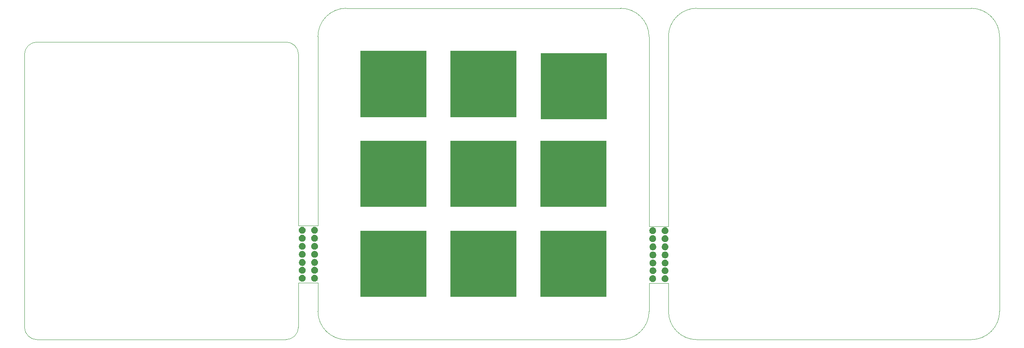
<source format=gbr>
%TF.GenerationSoftware,Altium Limited,Altium Designer,20.1.12 (249)*%
G04 Layer_Color=0*
%FSLAX26Y26*%
%MOIN*%
%TF.SameCoordinates,C6B7DB02-E56D-4098-84F2-B1512E134489*%
%TF.FilePolarity,Positive*%
%TF.FileFunction,Profile,NP*%
%TF.Part,Single*%
G01*
G75*
%TA.AperFunction,Profile*%
%ADD38C,0.001000*%
G36*
X2291339Y917323D02*
Y914527D01*
X2292430Y909042D01*
X2294570Y903875D01*
X2297677Y899225D01*
X2301631Y895271D01*
X2306281Y892164D01*
X2311448Y890024D01*
X2316932Y888933D01*
X2319729D01*
X2322525D01*
X2328010Y890024D01*
X2333176Y892164D01*
X2337826Y895271D01*
X2341781Y899225D01*
X2344888Y903875D01*
X2347028Y909042D01*
X2348119Y914527D01*
Y917323D01*
Y920119D01*
X2347028Y925604D01*
X2344888Y930770D01*
X2341781Y935420D01*
X2337826Y939375D01*
X2333176Y942482D01*
X2328010Y944622D01*
X2322525Y945713D01*
X2319729D01*
X2316932D01*
X2311448Y944622D01*
X2306281Y942482D01*
X2301631Y939375D01*
X2297677Y935420D01*
X2294570Y930770D01*
X2292430Y925604D01*
X2291339Y920119D01*
Y917323D01*
D01*
D02*
G37*
G36*
X2393701D02*
Y914527D01*
X2394792Y909042D01*
X2396932Y903875D01*
X2400039Y899225D01*
X2403993Y895271D01*
X2408643Y892164D01*
X2413810Y890024D01*
X2419295Y888933D01*
X2422091D01*
X2424887D01*
X2430372Y890024D01*
X2435539Y892164D01*
X2440189Y895271D01*
X2444143Y899225D01*
X2447250Y903875D01*
X2449390Y909042D01*
X2450481Y914527D01*
Y917323D01*
Y920119D01*
X2449390Y925604D01*
X2447250Y930770D01*
X2444143Y935420D01*
X2440189Y939375D01*
X2435539Y942482D01*
X2430372Y944622D01*
X2424887Y945713D01*
X2422091D01*
X2419295D01*
X2413810Y944622D01*
X2408643Y942482D01*
X2403993Y939375D01*
X2400039Y935420D01*
X2396932Y930770D01*
X2394792Y925604D01*
X2393701Y920119D01*
Y917323D01*
D01*
D02*
G37*
G36*
X2291339Y850394D02*
Y847597D01*
X2292430Y842113D01*
X2294570Y836946D01*
X2297677Y832296D01*
X2301631Y828342D01*
X2306281Y825235D01*
X2311448Y823095D01*
X2316932Y822004D01*
X2319729D01*
X2322525D01*
X2328010Y823095D01*
X2333176Y825235D01*
X2337826Y828342D01*
X2341781Y832296D01*
X2344888Y836946D01*
X2347028Y842113D01*
X2348119Y847597D01*
Y850394D01*
Y853190D01*
X2347028Y858675D01*
X2344888Y863841D01*
X2341781Y868491D01*
X2337826Y872446D01*
X2333176Y875553D01*
X2328010Y877693D01*
X2322525Y878784D01*
X2319729D01*
X2316932D01*
X2311448Y877693D01*
X2306281Y875553D01*
X2301631Y872446D01*
X2297677Y868491D01*
X2294570Y863841D01*
X2292430Y858675D01*
X2291339Y853190D01*
Y850394D01*
D01*
D02*
G37*
G36*
X2393701D02*
Y847597D01*
X2394792Y842113D01*
X2396932Y836946D01*
X2400039Y832296D01*
X2403993Y828342D01*
X2408643Y825235D01*
X2413810Y823095D01*
X2419295Y822004D01*
X2422091D01*
X2424887D01*
X2430372Y823095D01*
X2435539Y825235D01*
X2440189Y828342D01*
X2444143Y832296D01*
X2447250Y836946D01*
X2449390Y842113D01*
X2450481Y847597D01*
Y850394D01*
Y853190D01*
X2449390Y858675D01*
X2447250Y863841D01*
X2444143Y868491D01*
X2440189Y872446D01*
X2435539Y875553D01*
X2430372Y877693D01*
X2424887Y878784D01*
X2422091D01*
X2419295D01*
X2413810Y877693D01*
X2408643Y875553D01*
X2403993Y872446D01*
X2400039Y868491D01*
X2396932Y863841D01*
X2394792Y858675D01*
X2393701Y853190D01*
Y850394D01*
D01*
D02*
G37*
G36*
X2291906Y782634D02*
Y779837D01*
X2292997Y774352D01*
X2295137Y769186D01*
X2298244Y764536D01*
X2302198Y760581D01*
X2306848Y757475D01*
X2312015Y755334D01*
X2317499Y754243D01*
X2320296D01*
X2323092D01*
X2328577Y755334D01*
X2333743Y757475D01*
X2338393Y760581D01*
X2342348Y764536D01*
X2345455Y769186D01*
X2347595Y774352D01*
X2348686Y779837D01*
Y782634D01*
Y785430D01*
X2347595Y790914D01*
X2345455Y796081D01*
X2342348Y800731D01*
X2338393Y804686D01*
X2333743Y807792D01*
X2328577Y809933D01*
X2323092Y811024D01*
X2320296D01*
X2317499D01*
X2312015Y809933D01*
X2306848Y807792D01*
X2302198Y804686D01*
X2298244Y800731D01*
X2295137Y796081D01*
X2292997Y790914D01*
X2291906Y785430D01*
Y782634D01*
D01*
D02*
G37*
G36*
X2394268D02*
Y779837D01*
X2395359Y774352D01*
X2397499Y769186D01*
X2400606Y764536D01*
X2404560Y760581D01*
X2409210Y757475D01*
X2414377Y755334D01*
X2419862Y754243D01*
X2422658D01*
X2425454D01*
X2430939Y755334D01*
X2436106Y757475D01*
X2440756Y760581D01*
X2444710Y764536D01*
X2447817Y769186D01*
X2449957Y774352D01*
X2451048Y779837D01*
Y782634D01*
Y785430D01*
X2449957Y790914D01*
X2447817Y796081D01*
X2444710Y800731D01*
X2440756Y804686D01*
X2436106Y807792D01*
X2430939Y809933D01*
X2425454Y811024D01*
X2422658D01*
X2419862D01*
X2414377Y809933D01*
X2409210Y807792D01*
X2404560Y804686D01*
X2400606Y800731D01*
X2397499Y796081D01*
X2395359Y790914D01*
X2394268Y785430D01*
Y782634D01*
D01*
D02*
G37*
G36*
X2291906Y715704D02*
Y712908D01*
X2292997Y707423D01*
X2295137Y702257D01*
X2298244Y697607D01*
X2302198Y693652D01*
X2306848Y690545D01*
X2312015Y688405D01*
X2317499Y687314D01*
X2320296D01*
X2323092D01*
X2328577Y688405D01*
X2333743Y690545D01*
X2338393Y693652D01*
X2342348Y697607D01*
X2345455Y702257D01*
X2347595Y707423D01*
X2348686Y712908D01*
Y715704D01*
Y718500D01*
X2347595Y723985D01*
X2345455Y729152D01*
X2342348Y733802D01*
X2338393Y737756D01*
X2333743Y740863D01*
X2328577Y743003D01*
X2323092Y744095D01*
X2320296D01*
X2317499D01*
X2312015Y743003D01*
X2306848Y740863D01*
X2302198Y737756D01*
X2298244Y733802D01*
X2295137Y729152D01*
X2292997Y723985D01*
X2291906Y718500D01*
Y715704D01*
D01*
D02*
G37*
G36*
X2394268D02*
Y712908D01*
X2395359Y707423D01*
X2397499Y702257D01*
X2400606Y697607D01*
X2404560Y693652D01*
X2409210Y690545D01*
X2414377Y688405D01*
X2419862Y687314D01*
X2422658D01*
X2425454D01*
X2430939Y688405D01*
X2436106Y690545D01*
X2440756Y693652D01*
X2444710Y697607D01*
X2447817Y702257D01*
X2449957Y707423D01*
X2451048Y712908D01*
Y715704D01*
Y718500D01*
X2449957Y723985D01*
X2447817Y729152D01*
X2444710Y733802D01*
X2440756Y737756D01*
X2436106Y740863D01*
X2430939Y743003D01*
X2425454Y744095D01*
X2422658D01*
X2419862D01*
X2414377Y743003D01*
X2409210Y740863D01*
X2404560Y737756D01*
X2400606Y733802D01*
X2397499Y729152D01*
X2395359Y723985D01*
X2394268Y718500D01*
Y715704D01*
D01*
D02*
G37*
G36*
X2291906Y648775D02*
Y645979D01*
X2292997Y640494D01*
X2295137Y635327D01*
X2298244Y630678D01*
X2302198Y626723D01*
X2306848Y623616D01*
X2312015Y621476D01*
X2317499Y620385D01*
X2320296D01*
X2323092D01*
X2328577Y621476D01*
X2333743Y623616D01*
X2338393Y626723D01*
X2342348Y630678D01*
X2345455Y635327D01*
X2347595Y640494D01*
X2348686Y645979D01*
Y648775D01*
Y651571D01*
X2347595Y657056D01*
X2345455Y662223D01*
X2342348Y666873D01*
X2338393Y670827D01*
X2333743Y673934D01*
X2328577Y676074D01*
X2323092Y677165D01*
X2320296D01*
X2317499D01*
X2312015Y676074D01*
X2306848Y673934D01*
X2302198Y670827D01*
X2298244Y666873D01*
X2295137Y662223D01*
X2292997Y657056D01*
X2291906Y651571D01*
Y648775D01*
D01*
D02*
G37*
G36*
X2394268D02*
Y645979D01*
X2395359Y640494D01*
X2397499Y635327D01*
X2400606Y630678D01*
X2404560Y626723D01*
X2409210Y623616D01*
X2414377Y621476D01*
X2419862Y620385D01*
X2422658D01*
X2425454D01*
X2430939Y621476D01*
X2436106Y623616D01*
X2440756Y626723D01*
X2444710Y630678D01*
X2447817Y635327D01*
X2449957Y640494D01*
X2451048Y645979D01*
Y648775D01*
Y651571D01*
X2449957Y657056D01*
X2447817Y662223D01*
X2444710Y666873D01*
X2440756Y670827D01*
X2436106Y673934D01*
X2430939Y676074D01*
X2425454Y677165D01*
X2422658D01*
X2419862D01*
X2414377Y676074D01*
X2409210Y673934D01*
X2404560Y670827D01*
X2400606Y666873D01*
X2397499Y662223D01*
X2395359Y657056D01*
X2394268Y651571D01*
Y648775D01*
D01*
D02*
G37*
G36*
X2291838Y583624D02*
Y580828D01*
X2292929Y575343D01*
X2295069Y570176D01*
X2298176Y565526D01*
X2302130Y561572D01*
X2306780Y558465D01*
X2311947Y556325D01*
X2317432Y555234D01*
X2320228D01*
X2323024D01*
X2328509Y556325D01*
X2333675Y558465D01*
X2338325Y561572D01*
X2342280Y565526D01*
X2345387Y570176D01*
X2347527Y575343D01*
X2348618Y580828D01*
Y583624D01*
Y586420D01*
X2347527Y591905D01*
X2345387Y597072D01*
X2342280Y601721D01*
X2338325Y605676D01*
X2333675Y608783D01*
X2328509Y610923D01*
X2323024Y612014D01*
X2320228D01*
X2317432D01*
X2311947Y610923D01*
X2306780Y608783D01*
X2302130Y605676D01*
X2298176Y601721D01*
X2295069Y597072D01*
X2292929Y591905D01*
X2291838Y586420D01*
Y583624D01*
D01*
D02*
G37*
G36*
X2394200D02*
Y580828D01*
X2395291Y575343D01*
X2397431Y570176D01*
X2400538Y565526D01*
X2404492Y561572D01*
X2409142Y558465D01*
X2414309Y556325D01*
X2419794Y555234D01*
X2422590D01*
X2425386D01*
X2430871Y556325D01*
X2436038Y558465D01*
X2440688Y561572D01*
X2444642Y565526D01*
X2447749Y570176D01*
X2449889Y575343D01*
X2450980Y580828D01*
Y583624D01*
Y586420D01*
X2449889Y591905D01*
X2447749Y597072D01*
X2444642Y601721D01*
X2440688Y605676D01*
X2436038Y608783D01*
X2430871Y610923D01*
X2425386Y612014D01*
X2422590D01*
X2419794D01*
X2414309Y610923D01*
X2409142Y608783D01*
X2404492Y605676D01*
X2400538Y601721D01*
X2397431Y597072D01*
X2395291Y591905D01*
X2394200Y586420D01*
Y583624D01*
D01*
D02*
G37*
G36*
X2291454Y517078D02*
Y514282D01*
X2292545Y508797D01*
X2294685Y503630D01*
X2297792Y498980D01*
X2301747Y495026D01*
X2306397Y491919D01*
X2311563Y489779D01*
X2317048Y488688D01*
X2319844D01*
X2322640D01*
X2328125Y489779D01*
X2333292Y491919D01*
X2337942Y495026D01*
X2341896Y498980D01*
X2345003Y503630D01*
X2347143Y508797D01*
X2348235Y514282D01*
Y517078D01*
Y519874D01*
X2347143Y525359D01*
X2345003Y530526D01*
X2341896Y535176D01*
X2337942Y539130D01*
X2333292Y542237D01*
X2328125Y544377D01*
X2322640Y545468D01*
X2319844D01*
X2317048D01*
X2311563Y544377D01*
X2306397Y542237D01*
X2301747Y539130D01*
X2297792Y535176D01*
X2294685Y530526D01*
X2292545Y525359D01*
X2291454Y519874D01*
Y517078D01*
D01*
D02*
G37*
G36*
X2393816D02*
Y514282D01*
X2394907Y508797D01*
X2397048Y503630D01*
X2400155Y498980D01*
X2404109Y495026D01*
X2408759Y491919D01*
X2413925Y489779D01*
X2419410Y488688D01*
X2422207D01*
X2425003D01*
X2430488Y489779D01*
X2435654Y491919D01*
X2440304Y495026D01*
X2444259Y498980D01*
X2447365Y503630D01*
X2449506Y508797D01*
X2450597Y514282D01*
Y517078D01*
Y519874D01*
X2449506Y525359D01*
X2447365Y530526D01*
X2444259Y535176D01*
X2440304Y539130D01*
X2435654Y542237D01*
X2430488Y544377D01*
X2425003Y545468D01*
X2422207D01*
X2419410D01*
X2413925Y544377D01*
X2408759Y542237D01*
X2404109Y539130D01*
X2400155Y535176D01*
X2397048Y530526D01*
X2394907Y525359D01*
X2393816Y519874D01*
Y517078D01*
D01*
D02*
G37*
G36*
X5212599Y913386D02*
Y910590D01*
X5213690Y905105D01*
X5215830Y899938D01*
X5218936Y895288D01*
X5222891Y891334D01*
X5227541Y888227D01*
X5232708Y886087D01*
X5238192Y884996D01*
X5240989D01*
X5243785D01*
X5249270Y886087D01*
X5254436Y888227D01*
X5259086Y891334D01*
X5263041Y895288D01*
X5266148Y899938D01*
X5268288Y905105D01*
X5269379Y910590D01*
Y913386D01*
Y916182D01*
X5268288Y921667D01*
X5266148Y926833D01*
X5263041Y931483D01*
X5259086Y935438D01*
X5254436Y938545D01*
X5249270Y940685D01*
X5243785Y941776D01*
X5240989D01*
X5238192D01*
X5232708Y940685D01*
X5227541Y938545D01*
X5222891Y935438D01*
X5218936Y931483D01*
X5215830Y926833D01*
X5213690Y921667D01*
X5212599Y916182D01*
Y913386D01*
D01*
D02*
G37*
G36*
Y846457D02*
Y843660D01*
X5213690Y838176D01*
X5215830Y833009D01*
X5218936Y828359D01*
X5222891Y824405D01*
X5227541Y821298D01*
X5232708Y819158D01*
X5238192Y818067D01*
X5240989D01*
X5243785D01*
X5249270Y819158D01*
X5254436Y821298D01*
X5259086Y824405D01*
X5263041Y828359D01*
X5266148Y833009D01*
X5268288Y838176D01*
X5269379Y843660D01*
Y846457D01*
Y849253D01*
X5268288Y854738D01*
X5266148Y859904D01*
X5263041Y864554D01*
X5259086Y868509D01*
X5254436Y871616D01*
X5249270Y873756D01*
X5243785Y874847D01*
X5240989D01*
X5238192D01*
X5232708Y873756D01*
X5227541Y871616D01*
X5222891Y868509D01*
X5218936Y864554D01*
X5215830Y859904D01*
X5213690Y854738D01*
X5212599Y849253D01*
Y846457D01*
D01*
D02*
G37*
G36*
X5213166Y778697D02*
Y775900D01*
X5214257Y770415D01*
X5216397Y765249D01*
X5219503Y760599D01*
X5223458Y756644D01*
X5228108Y753538D01*
X5233275Y751397D01*
X5238759Y750306D01*
X5241556D01*
X5244352D01*
X5249837Y751397D01*
X5255003Y753538D01*
X5259653Y756644D01*
X5263608Y760599D01*
X5266715Y765249D01*
X5268855Y770415D01*
X5269946Y775900D01*
Y778697D01*
Y781493D01*
X5268855Y786977D01*
X5266715Y792144D01*
X5263608Y796794D01*
X5259653Y800749D01*
X5255003Y803855D01*
X5249837Y805995D01*
X5244352Y807087D01*
X5241556D01*
X5238759D01*
X5233275Y805995D01*
X5228108Y803855D01*
X5223458Y800749D01*
X5219503Y796794D01*
X5216397Y792144D01*
X5214257Y786977D01*
X5213166Y781493D01*
Y778697D01*
D01*
D02*
G37*
G36*
Y711767D02*
Y708971D01*
X5214257Y703486D01*
X5216397Y698320D01*
X5219503Y693670D01*
X5223458Y689715D01*
X5228108Y686608D01*
X5233275Y684468D01*
X5238759Y683377D01*
X5241556D01*
X5244352D01*
X5249837Y684468D01*
X5255003Y686608D01*
X5259653Y689715D01*
X5263608Y693670D01*
X5266715Y698320D01*
X5268855Y703486D01*
X5269946Y708971D01*
Y711767D01*
Y714563D01*
X5268855Y720048D01*
X5266715Y725215D01*
X5263608Y729865D01*
X5259653Y733819D01*
X5255003Y736926D01*
X5249837Y739066D01*
X5244352Y740158D01*
X5241556D01*
X5238759D01*
X5233275Y739066D01*
X5228108Y736926D01*
X5223458Y733819D01*
X5219503Y729865D01*
X5216397Y725215D01*
X5214257Y720048D01*
X5213166Y714563D01*
Y711767D01*
D01*
D02*
G37*
G36*
Y644838D02*
Y642042D01*
X5214257Y636557D01*
X5216397Y631390D01*
X5219503Y626741D01*
X5223458Y622786D01*
X5228108Y619679D01*
X5233275Y617539D01*
X5238759Y616448D01*
X5241556D01*
X5244352D01*
X5249837Y617539D01*
X5255003Y619679D01*
X5259653Y622786D01*
X5263608Y626741D01*
X5266715Y631390D01*
X5268855Y636557D01*
X5269946Y642042D01*
Y644838D01*
Y647634D01*
X5268855Y653119D01*
X5266715Y658286D01*
X5263608Y662936D01*
X5259653Y666890D01*
X5255003Y669997D01*
X5249837Y672137D01*
X5244352Y673228D01*
X5241556D01*
X5238759D01*
X5233275Y672137D01*
X5228108Y669997D01*
X5223458Y666890D01*
X5219503Y662936D01*
X5216397Y658286D01*
X5214257Y653119D01*
X5213166Y647634D01*
Y644838D01*
D01*
D02*
G37*
G36*
X5213098Y579687D02*
Y576891D01*
X5214189Y571406D01*
X5216329Y566239D01*
X5219436Y561589D01*
X5223390Y557635D01*
X5228040Y554528D01*
X5233207Y552388D01*
X5238691Y551297D01*
X5241488D01*
X5244284D01*
X5249769Y552388D01*
X5254935Y554528D01*
X5259585Y557635D01*
X5263540Y561589D01*
X5266647Y566239D01*
X5268787Y571406D01*
X5269878Y576891D01*
Y579687D01*
Y582483D01*
X5268787Y587968D01*
X5266647Y593135D01*
X5263540Y597784D01*
X5259585Y601739D01*
X5254935Y604846D01*
X5249769Y606986D01*
X5244284Y608077D01*
X5241488D01*
X5238691D01*
X5233207Y606986D01*
X5228040Y604846D01*
X5223390Y601739D01*
X5219436Y597784D01*
X5216329Y593135D01*
X5214189Y587968D01*
X5213098Y582483D01*
Y579687D01*
D01*
D02*
G37*
G36*
X5212714Y513141D02*
Y510345D01*
X5213805Y504860D01*
X5215945Y499693D01*
X5219052Y495043D01*
X5223007Y491089D01*
X5227657Y487982D01*
X5232823Y485842D01*
X5238308Y484751D01*
X5241104D01*
X5243900D01*
X5249385Y485842D01*
X5254552Y487982D01*
X5259202Y491089D01*
X5263156Y495043D01*
X5266263Y499693D01*
X5268403Y504860D01*
X5269494Y510345D01*
Y513141D01*
Y515937D01*
X5268403Y521422D01*
X5266263Y526589D01*
X5263156Y531239D01*
X5259202Y535193D01*
X5254552Y538300D01*
X5249385Y540440D01*
X5243900Y541531D01*
X5241104D01*
X5238308D01*
X5232823Y540440D01*
X5227657Y538300D01*
X5223007Y535193D01*
X5219052Y531239D01*
X5215945Y526589D01*
X5213805Y521422D01*
X5212714Y515937D01*
Y513141D01*
D01*
D02*
G37*
G36*
X5315076D02*
Y510345D01*
X5316167Y504860D01*
X5318307Y499693D01*
X5321414Y495043D01*
X5325369Y491089D01*
X5330019Y487982D01*
X5335185Y485842D01*
X5340670Y484751D01*
X5343467D01*
X5346263D01*
X5351748Y485842D01*
X5356914Y487982D01*
X5361564Y491089D01*
X5365519Y495043D01*
X5368625Y499693D01*
X5370766Y504860D01*
X5371857Y510345D01*
Y513141D01*
Y515937D01*
X5370766Y521422D01*
X5368625Y526589D01*
X5365519Y531239D01*
X5361564Y535193D01*
X5356914Y538300D01*
X5351748Y540440D01*
X5346263Y541531D01*
X5343467D01*
X5340670D01*
X5335185Y540440D01*
X5330019Y538300D01*
X5325369Y535193D01*
X5321414Y531239D01*
X5318307Y526589D01*
X5316167Y521422D01*
X5315076Y515937D01*
Y513141D01*
D01*
D02*
G37*
G36*
X5315460Y579687D02*
Y576891D01*
X5316551Y571406D01*
X5318691Y566239D01*
X5321798Y561589D01*
X5325752Y557635D01*
X5330402Y554528D01*
X5335569Y552388D01*
X5341054Y551297D01*
X5343850D01*
X5346646D01*
X5352131Y552388D01*
X5357298Y554528D01*
X5361948Y557635D01*
X5365902Y561589D01*
X5369009Y566239D01*
X5371149Y571406D01*
X5372240Y576891D01*
Y579687D01*
Y582483D01*
X5371149Y587968D01*
X5369009Y593135D01*
X5365902Y597784D01*
X5361948Y601739D01*
X5357298Y604846D01*
X5352131Y606986D01*
X5346646Y608077D01*
X5343850D01*
X5341054D01*
X5335569Y606986D01*
X5330402Y604846D01*
X5325752Y601739D01*
X5321798Y597784D01*
X5318691Y593135D01*
X5316551Y587968D01*
X5315460Y582483D01*
Y579687D01*
D01*
D02*
G37*
G36*
X5315528Y644838D02*
Y642042D01*
X5316619Y636557D01*
X5318759Y631390D01*
X5321866Y626741D01*
X5325820Y622786D01*
X5330470Y619679D01*
X5335637Y617539D01*
X5341122Y616448D01*
X5343918D01*
X5346714D01*
X5352199Y617539D01*
X5357365Y619679D01*
X5362015Y622786D01*
X5365970Y626741D01*
X5369077Y631390D01*
X5371217Y636557D01*
X5372308Y642042D01*
Y644838D01*
Y647634D01*
X5371217Y653119D01*
X5369077Y658286D01*
X5365970Y662936D01*
X5362015Y666890D01*
X5357365Y669997D01*
X5352199Y672137D01*
X5346714Y673228D01*
X5343918D01*
X5341122D01*
X5335637Y672137D01*
X5330470Y669997D01*
X5325820Y666890D01*
X5321866Y662936D01*
X5318759Y658286D01*
X5316619Y653119D01*
X5315528Y647634D01*
Y644838D01*
D01*
D02*
G37*
G36*
Y711767D02*
Y708971D01*
X5316619Y703486D01*
X5318759Y698320D01*
X5321866Y693670D01*
X5325820Y689715D01*
X5330470Y686608D01*
X5335637Y684468D01*
X5341122Y683377D01*
X5343918D01*
X5346714D01*
X5352199Y684468D01*
X5357365Y686608D01*
X5362015Y689715D01*
X5365970Y693670D01*
X5369077Y698320D01*
X5371217Y703486D01*
X5372308Y708971D01*
Y711767D01*
Y714563D01*
X5371217Y720048D01*
X5369077Y725215D01*
X5365970Y729865D01*
X5362015Y733819D01*
X5357365Y736926D01*
X5352199Y739066D01*
X5346714Y740158D01*
X5343918D01*
X5341122D01*
X5335637Y739066D01*
X5330470Y736926D01*
X5325820Y733819D01*
X5321866Y729865D01*
X5318759Y725215D01*
X5316619Y720048D01*
X5315528Y714563D01*
Y711767D01*
D01*
D02*
G37*
G36*
Y778697D02*
Y775900D01*
X5316619Y770415D01*
X5318759Y765249D01*
X5321866Y760599D01*
X5325820Y756644D01*
X5330470Y753538D01*
X5335637Y751397D01*
X5341122Y750306D01*
X5343918D01*
X5346714D01*
X5352199Y751397D01*
X5357365Y753538D01*
X5362015Y756644D01*
X5365970Y760599D01*
X5369077Y765249D01*
X5371217Y770415D01*
X5372308Y775900D01*
Y778697D01*
Y781493D01*
X5371217Y786977D01*
X5369077Y792144D01*
X5365970Y796794D01*
X5362015Y800749D01*
X5357365Y803855D01*
X5352199Y805995D01*
X5346714Y807087D01*
X5343918D01*
X5341122D01*
X5335637Y805995D01*
X5330470Y803855D01*
X5325820Y800749D01*
X5321866Y796794D01*
X5318759Y792144D01*
X5316619Y786977D01*
X5315528Y781493D01*
Y778697D01*
D01*
D02*
G37*
G36*
X5314961Y846457D02*
Y843660D01*
X5316052Y838176D01*
X5318192Y833009D01*
X5321299Y828359D01*
X5325253Y824405D01*
X5329903Y821298D01*
X5335070Y819158D01*
X5340555Y818067D01*
X5343351D01*
X5346147D01*
X5351632Y819158D01*
X5356798Y821298D01*
X5361448Y824405D01*
X5365403Y828359D01*
X5368510Y833009D01*
X5370650Y838176D01*
X5371741Y843660D01*
Y846457D01*
Y849253D01*
X5370650Y854738D01*
X5368510Y859904D01*
X5365403Y864554D01*
X5361448Y868509D01*
X5356798Y871616D01*
X5351632Y873756D01*
X5346147Y874847D01*
X5343351D01*
X5340555D01*
X5335070Y873756D01*
X5329903Y871616D01*
X5325253Y868509D01*
X5321299Y864554D01*
X5318192Y859904D01*
X5316052Y854738D01*
X5314961Y849253D01*
Y846457D01*
D01*
D02*
G37*
G36*
Y913386D02*
Y910590D01*
X5316052Y905105D01*
X5318192Y899938D01*
X5321299Y895288D01*
X5325253Y891334D01*
X5329903Y888227D01*
X5335070Y886087D01*
X5340555Y884996D01*
X5343351D01*
X5346147D01*
X5351632Y886087D01*
X5356798Y888227D01*
X5361448Y891334D01*
X5365403Y895288D01*
X5368510Y899938D01*
X5370650Y905105D01*
X5371741Y910590D01*
Y913386D01*
Y916182D01*
X5370650Y921667D01*
X5368510Y926833D01*
X5365403Y931483D01*
X5361448Y935438D01*
X5356798Y938545D01*
X5351632Y940685D01*
X5346147Y941776D01*
X5343351D01*
X5340555D01*
X5335070Y940685D01*
X5329903Y938545D01*
X5325253Y935438D01*
X5321299Y931483D01*
X5318192Y926833D01*
X5316052Y921667D01*
X5314961Y916182D01*
Y913386D01*
D01*
D02*
G37*
G36*
X2804882Y361260D02*
X3356063D01*
Y912441D01*
X2804882D01*
Y361260D01*
D02*
G37*
G36*
Y1859685D02*
X3356063D01*
Y2410866D01*
X2804882D01*
Y1859685D01*
D02*
G37*
G36*
X4303307Y361260D02*
X4854488D01*
Y912441D01*
X4303307D01*
Y361260D01*
D02*
G37*
G36*
X4307087Y1842520D02*
X4858268D01*
Y2393701D01*
X4307087D01*
Y1842520D01*
D02*
G37*
G36*
X2804882Y1110472D02*
X3356063D01*
Y1661653D01*
X2804882D01*
Y1110472D01*
D02*
G37*
G36*
X4303307Y1110472D02*
X4854488D01*
Y1661653D01*
X4303307D01*
Y1110472D01*
D02*
G37*
G36*
X3554094Y361260D02*
X4105275D01*
Y912441D01*
X3554094D01*
Y361260D01*
D02*
G37*
G36*
Y1859685D02*
X4105275D01*
Y2410866D01*
X3554094D01*
Y1859685D01*
D02*
G37*
G36*
Y1110472D02*
X4105275D01*
Y1661653D01*
X3554094D01*
Y1110472D01*
D02*
G37*
D38*
X110433Y5000D02*
X2183189D01*
D02*
G03*
X2288465Y110276I-0J105276D01*
G01*
X2289488Y111299D01*
Y479370D01*
X2450433D01*
Y241654D01*
X2450866Y241221D01*
D02*
G03*
X2687087Y5000I236220J0D01*
G01*
Y5000D01*
X4974055Y5000D01*
Y5118D01*
D02*
G03*
X5210276Y241339I0J236220D01*
G01*
X5210433Y241496D01*
Y477047D01*
X5371732D01*
Y241378D01*
X5371890Y241221D01*
D02*
G03*
X5608110Y5000I236220J0D01*
G01*
Y5000D01*
X7895079Y5000D01*
Y5118D01*
D02*
G03*
X8131299Y241339I0J236220D01*
G01*
X8131181D01*
X8131181Y2530197D01*
X8130787D01*
D02*
G03*
X7894567Y2766418I-236220J0D01*
G01*
X5607756Y2766765D01*
Y2766929D01*
D02*
G03*
X5371535Y2530709I0J-236220D01*
G01*
X5371732D01*
X5371732Y948819D01*
X5210158D01*
X5210158Y2530197D01*
X5209764D01*
D02*
G03*
X4973543Y2766418I-236220J0D01*
G01*
X2686732Y2766765D01*
Y2766929D01*
D02*
G03*
X2450512Y2530709I0J-236220D01*
G01*
X2450709D01*
X2450709Y954291D01*
X2288622D01*
X2288622Y2382362D01*
X2288465D01*
D02*
G03*
X2185512Y2485315I-102953J-0D01*
G01*
Y2485315D01*
X110276D01*
D02*
G03*
X5000Y2380039I0J-105276D01*
G01*
X5000D01*
Y110433D01*
D02*
G03*
X110433Y5000I105433J0D01*
G01*
%TF.MD5,510b0acb8fbf2b17497aa09ed9c83679*%
M02*

</source>
